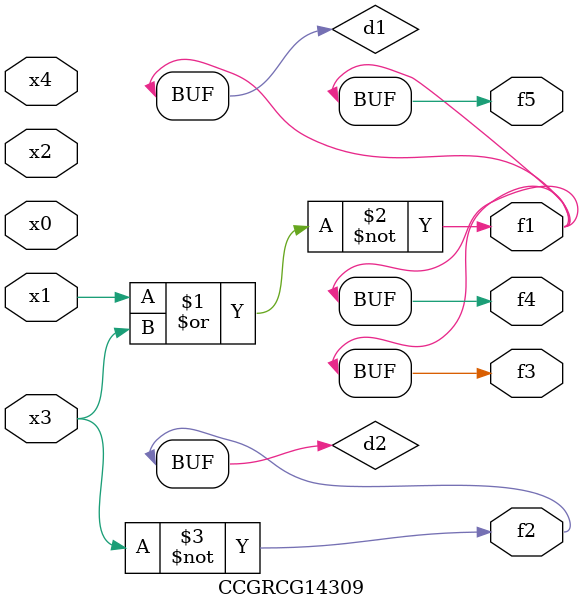
<source format=v>
module CCGRCG14309(
	input x0, x1, x2, x3, x4,
	output f1, f2, f3, f4, f5
);

	wire d1, d2;

	nor (d1, x1, x3);
	not (d2, x3);
	assign f1 = d1;
	assign f2 = d2;
	assign f3 = d1;
	assign f4 = d1;
	assign f5 = d1;
endmodule

</source>
